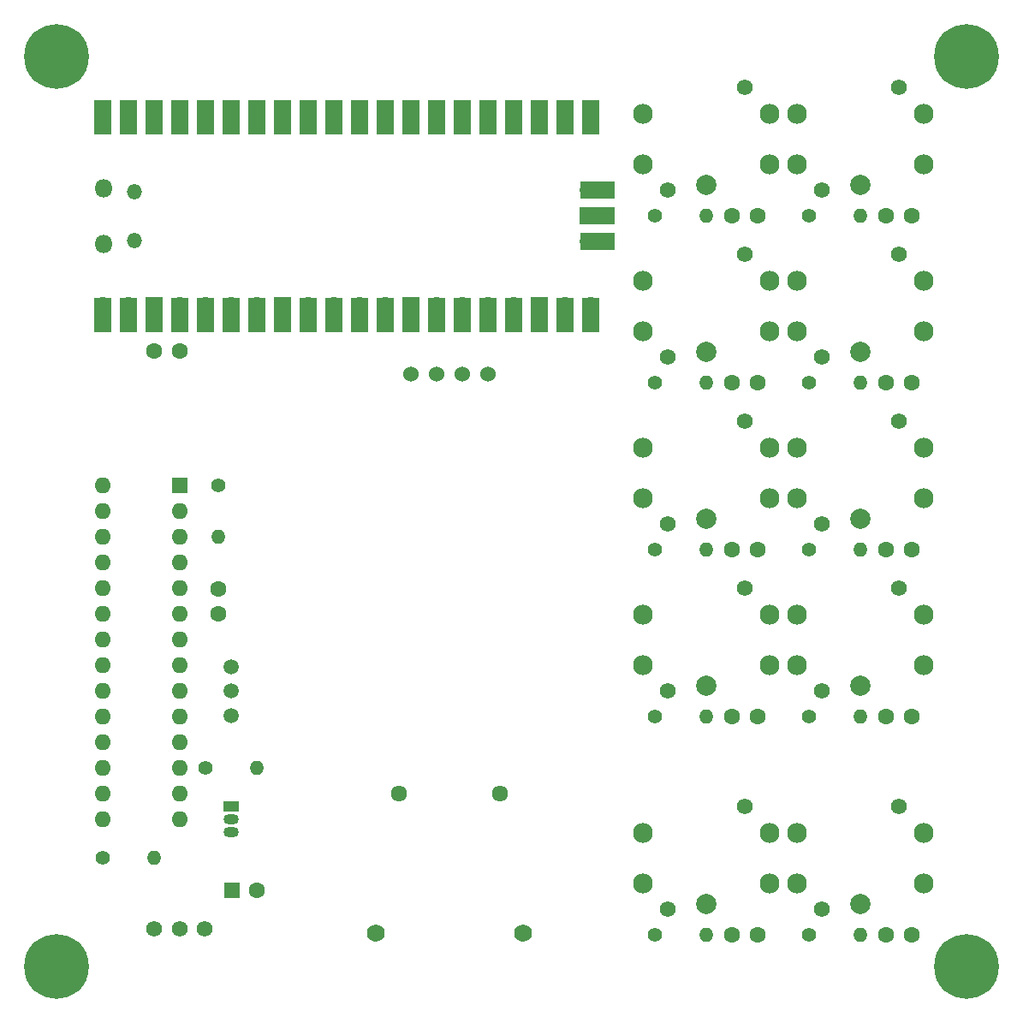
<source format=gbs>
%TF.GenerationSoftware,KiCad,Pcbnew,6.0.2+dfsg-1*%
%TF.CreationDate,2024-01-09T17:30:35+09:00*%
%TF.ProjectId,pico-toy-elevator,7069636f-2d74-46f7-992d-656c65766174,rev?*%
%TF.SameCoordinates,Original*%
%TF.FileFunction,Soldermask,Bot*%
%TF.FilePolarity,Negative*%
%FSLAX46Y46*%
G04 Gerber Fmt 4.6, Leading zero omitted, Abs format (unit mm)*
G04 Created by KiCad (PCBNEW 6.0.2+dfsg-1) date 2024-01-09 17:30:35*
%MOMM*%
%LPD*%
G01*
G04 APERTURE LIST*
%ADD10C,2.000000*%
%ADD11C,1.962000*%
%ADD12C,1.562000*%
%ADD13C,1.600000*%
%ADD14C,1.400000*%
%ADD15O,1.400000X1.400000*%
%ADD16C,6.400000*%
%ADD17C,1.524000*%
%ADD18C,1.612000*%
%ADD19C,1.500000*%
%ADD20R,1.500000X1.050000*%
%ADD21O,1.500000X1.050000*%
%ADD22R,1.600000X1.600000*%
%ADD23O,1.600000X1.600000*%
%ADD24C,1.762000*%
%ADD25O,1.500000X1.500000*%
%ADD26O,1.800000X1.800000*%
%ADD27O,1.700000X1.700000*%
%ADD28R,1.700000X3.500000*%
%ADD29R,1.700000X1.700000*%
%ADD30R,3.500000X1.700000*%
G04 APERTURE END LIST*
D10*
%TO.C,SW10*%
X124460000Y-118800000D03*
D11*
X118210000Y-116800000D03*
X130710000Y-116800000D03*
X118210000Y-111800000D03*
X130710000Y-111800000D03*
D12*
X120640000Y-119380000D03*
X128260000Y-109210000D03*
%TD*%
D10*
%TO.C,SW9*%
X109220000Y-118800000D03*
D11*
X102970000Y-116800000D03*
X115470000Y-116800000D03*
X102970000Y-111800000D03*
X115470000Y-111800000D03*
D12*
X105400000Y-119380000D03*
X113020000Y-109210000D03*
%TD*%
D10*
%TO.C,SW8*%
X124460000Y-97210000D03*
D11*
X118210000Y-95210000D03*
X130710000Y-95210000D03*
X118210000Y-90210000D03*
X130710000Y-90210000D03*
D12*
X120640000Y-97790000D03*
X128260000Y-87620000D03*
%TD*%
D10*
%TO.C,SW7*%
X109220000Y-97210000D03*
D11*
X102970000Y-95210000D03*
X115470000Y-95210000D03*
X102970000Y-90210000D03*
X115470000Y-90210000D03*
D12*
X105400000Y-97790000D03*
X113020000Y-87620000D03*
%TD*%
D10*
%TO.C,SW6*%
X124460000Y-80700000D03*
D11*
X118210000Y-78700000D03*
X130710000Y-78700000D03*
X118210000Y-73700000D03*
X130710000Y-73700000D03*
D12*
X120640000Y-81280000D03*
X128260000Y-71110000D03*
%TD*%
D10*
%TO.C,SW5*%
X109220000Y-80700000D03*
D11*
X102970000Y-78700000D03*
X115470000Y-78700000D03*
X102970000Y-73700000D03*
X115470000Y-73700000D03*
D12*
X105400000Y-81280000D03*
X113020000Y-71110000D03*
%TD*%
D10*
%TO.C,SW4*%
X124460000Y-64190000D03*
D11*
X118210000Y-62190000D03*
X130710000Y-62190000D03*
X118210000Y-57190000D03*
X130710000Y-57190000D03*
D12*
X120640000Y-64770000D03*
X128260000Y-54600000D03*
%TD*%
D10*
%TO.C,SW3*%
X109220000Y-64190000D03*
D11*
X102970000Y-62190000D03*
X115470000Y-62190000D03*
X102970000Y-57190000D03*
X115470000Y-57190000D03*
D12*
X105400000Y-64770000D03*
X113020000Y-54600000D03*
%TD*%
D10*
%TO.C,SW2*%
X124460000Y-47680000D03*
D11*
X118210000Y-45680000D03*
X130710000Y-45680000D03*
X118210000Y-40680000D03*
X130710000Y-40680000D03*
D12*
X120640000Y-48260000D03*
X128260000Y-38090000D03*
%TD*%
D10*
%TO.C,SW1*%
X109220000Y-47680000D03*
D11*
X102970000Y-45680000D03*
X115470000Y-45680000D03*
X102970000Y-40680000D03*
X115470000Y-40680000D03*
D12*
X105400000Y-48260000D03*
X113020000Y-38090000D03*
%TD*%
D13*
%TO.C,C8*%
X129540000Y-100330000D03*
X127040000Y-100330000D03*
%TD*%
%TO.C,C3*%
X114300000Y-67310000D03*
X111800000Y-67310000D03*
%TD*%
D12*
%TO.C,SW11*%
X59650000Y-121285000D03*
X57150000Y-121285000D03*
X54650000Y-121285000D03*
%TD*%
D14*
%TO.C,R4*%
X119380000Y-67310000D03*
D15*
X124460000Y-67310000D03*
%TD*%
D14*
%TO.C,R7*%
X104140000Y-100330000D03*
D15*
X109220000Y-100330000D03*
%TD*%
D14*
%TO.C,R5*%
X104140000Y-83820000D03*
D15*
X109220000Y-83820000D03*
%TD*%
D16*
%TO.C,H2*%
X135000000Y-35000000D03*
%TD*%
D14*
%TO.C,R2*%
X119380000Y-50800000D03*
D15*
X124460000Y-50800000D03*
%TD*%
D13*
%TO.C,C6*%
X129540000Y-83820000D03*
X127040000Y-83820000D03*
%TD*%
D14*
%TO.C,R8*%
X119380000Y-100330000D03*
D15*
X124460000Y-100330000D03*
%TD*%
D17*
%TO.C,U2*%
X80010000Y-66470000D03*
X82550000Y-66470000D03*
X85090000Y-66470000D03*
X87630000Y-66470000D03*
%TD*%
D14*
%TO.C,R3*%
X104140000Y-67310000D03*
D15*
X109220000Y-67310000D03*
%TD*%
D13*
%TO.C,C7*%
X114300000Y-100330000D03*
X111800000Y-100330000D03*
%TD*%
%TO.C,C9*%
X114300000Y-121920000D03*
X111800000Y-121920000D03*
%TD*%
D16*
%TO.C,H3*%
X45000000Y-125000000D03*
%TD*%
D14*
%TO.C,R10*%
X119380000Y-121920000D03*
D15*
X124460000Y-121920000D03*
%TD*%
D14*
%TO.C,R1*%
X104140000Y-50800000D03*
D15*
X109220000Y-50800000D03*
%TD*%
D13*
%TO.C,C5*%
X114300000Y-83820000D03*
X111800000Y-83820000D03*
%TD*%
%TO.C,C4*%
X129540000Y-67310000D03*
X127040000Y-67310000D03*
%TD*%
D16*
%TO.C,H4*%
X135000000Y-125000000D03*
%TD*%
D14*
%TO.C,R6*%
X119380000Y-83820000D03*
D15*
X124460000Y-83820000D03*
%TD*%
D13*
%TO.C,C10*%
X129540000Y-121920000D03*
X127040000Y-121920000D03*
%TD*%
D18*
%TO.C,LS1*%
X88820000Y-107950000D03*
X78820000Y-107950000D03*
%TD*%
D14*
%TO.C,R9*%
X104140000Y-121920000D03*
D15*
X109220000Y-121920000D03*
%TD*%
D13*
%TO.C,C1*%
X114280000Y-50800000D03*
X111780000Y-50800000D03*
%TD*%
D16*
%TO.C,H1*%
X45000000Y-35000000D03*
%TD*%
D13*
%TO.C,C2*%
X129540000Y-50800000D03*
X127040000Y-50800000D03*
%TD*%
D19*
%TO.C,Y1*%
X62230000Y-100240000D03*
X62230000Y-97800000D03*
X62230000Y-95360000D03*
%TD*%
D14*
%TO.C,R12*%
X49530000Y-114300000D03*
D15*
X54610000Y-114300000D03*
%TD*%
D14*
%TO.C,R13*%
X59690000Y-105410000D03*
D15*
X64770000Y-105410000D03*
%TD*%
D20*
%TO.C,Q1*%
X62230000Y-109220000D03*
D21*
X62230000Y-110490000D03*
X62230000Y-111760000D03*
%TD*%
D13*
%TO.C,C13*%
X60960000Y-87650000D03*
X60960000Y-90150000D03*
%TD*%
D22*
%TO.C,C11*%
X62294888Y-117475000D03*
D13*
X64794888Y-117475000D03*
%TD*%
D22*
%TO.C,U3*%
X57140000Y-77470000D03*
D23*
X57140000Y-80010000D03*
X57140000Y-82550000D03*
X57140000Y-85090000D03*
X57140000Y-87630000D03*
X57140000Y-90170000D03*
X57140000Y-92710000D03*
X57140000Y-95250000D03*
X57140000Y-97790000D03*
X57140000Y-100330000D03*
X57140000Y-102870000D03*
X57140000Y-105410000D03*
X57140000Y-107950000D03*
X57140000Y-110490000D03*
X49520000Y-110490000D03*
X49520000Y-107950000D03*
X49520000Y-105410000D03*
X49520000Y-102870000D03*
X49520000Y-100330000D03*
X49520000Y-97790000D03*
X49520000Y-95250000D03*
X49520000Y-92710000D03*
X49520000Y-90170000D03*
X49520000Y-87630000D03*
X49520000Y-85090000D03*
X49520000Y-82550000D03*
X49520000Y-80010000D03*
X49520000Y-77470000D03*
%TD*%
D24*
%TO.C,BT1*%
X91120000Y-121685000D03*
X76520000Y-121685000D03*
%TD*%
D25*
%TO.C,U1*%
X52690000Y-53225000D03*
X52690000Y-48375000D03*
D26*
X49660000Y-48075000D03*
X49660000Y-53525000D03*
D27*
X49530000Y-41910000D03*
D28*
X49530000Y-41010000D03*
D27*
X52070000Y-41910000D03*
D28*
X52070000Y-41010000D03*
D29*
X54610000Y-41910000D03*
D28*
X54610000Y-41010000D03*
X57150000Y-41010000D03*
D27*
X57150000Y-41910000D03*
X59690000Y-41910000D03*
D28*
X59690000Y-41010000D03*
D27*
X62230000Y-41910000D03*
D28*
X62230000Y-41010000D03*
X64770000Y-41010000D03*
D27*
X64770000Y-41910000D03*
D29*
X67310000Y-41910000D03*
D28*
X67310000Y-41010000D03*
D27*
X69850000Y-41910000D03*
D28*
X69850000Y-41010000D03*
D27*
X72390000Y-41910000D03*
D28*
X72390000Y-41010000D03*
D27*
X74930000Y-41910000D03*
D28*
X74930000Y-41010000D03*
X77470000Y-41010000D03*
D27*
X77470000Y-41910000D03*
D28*
X80010000Y-41010000D03*
D29*
X80010000Y-41910000D03*
D27*
X82550000Y-41910000D03*
D28*
X82550000Y-41010000D03*
D27*
X85090000Y-41910000D03*
D28*
X85090000Y-41010000D03*
X87630000Y-41010000D03*
D27*
X87630000Y-41910000D03*
D28*
X90170000Y-41010000D03*
D27*
X90170000Y-41910000D03*
D28*
X92710000Y-41010000D03*
D29*
X92710000Y-41910000D03*
D28*
X95250000Y-41010000D03*
D27*
X95250000Y-41910000D03*
X97790000Y-41910000D03*
D28*
X97790000Y-41010000D03*
D27*
X97790000Y-59690000D03*
D28*
X97790000Y-60590000D03*
D27*
X95250000Y-59690000D03*
D28*
X95250000Y-60590000D03*
D29*
X92710000Y-59690000D03*
D28*
X92710000Y-60590000D03*
X90170000Y-60590000D03*
D27*
X90170000Y-59690000D03*
D28*
X87630000Y-60590000D03*
D27*
X87630000Y-59690000D03*
X85090000Y-59690000D03*
D28*
X85090000Y-60590000D03*
X82550000Y-60590000D03*
D27*
X82550000Y-59690000D03*
D29*
X80010000Y-59690000D03*
D28*
X80010000Y-60590000D03*
X77470000Y-60590000D03*
D27*
X77470000Y-59690000D03*
D28*
X74930000Y-60590000D03*
D27*
X74930000Y-59690000D03*
X72390000Y-59690000D03*
D28*
X72390000Y-60590000D03*
X69850000Y-60590000D03*
D27*
X69850000Y-59690000D03*
D29*
X67310000Y-59690000D03*
D28*
X67310000Y-60590000D03*
D27*
X64770000Y-59690000D03*
D28*
X64770000Y-60590000D03*
X62230000Y-60590000D03*
D27*
X62230000Y-59690000D03*
D28*
X59690000Y-60590000D03*
D27*
X59690000Y-59690000D03*
D28*
X57150000Y-60590000D03*
D27*
X57150000Y-59690000D03*
D29*
X54610000Y-59690000D03*
D28*
X54610000Y-60590000D03*
D27*
X52070000Y-59690000D03*
D28*
X52070000Y-60590000D03*
D27*
X49530000Y-59690000D03*
D28*
X49530000Y-60590000D03*
D27*
X97560000Y-48260000D03*
D30*
X98460000Y-48260000D03*
D29*
X97560000Y-50800000D03*
D30*
X98460000Y-50800000D03*
X98460000Y-53340000D03*
D27*
X97560000Y-53340000D03*
%TD*%
D14*
%TO.C,R11*%
X60960000Y-77470000D03*
D15*
X60960000Y-82550000D03*
%TD*%
D13*
%TO.C,C12*%
X57130000Y-64135000D03*
X54630000Y-64135000D03*
%TD*%
M02*

</source>
